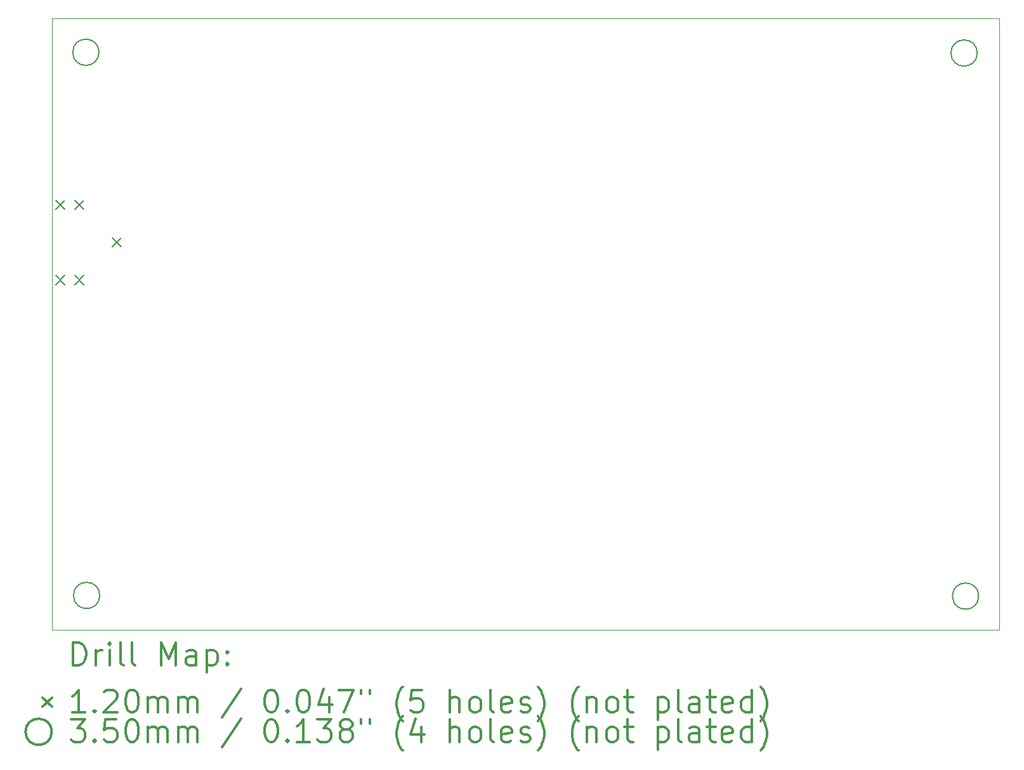
<source format=gbr>
%FSLAX45Y45*%
G04 Gerber Fmt 4.5, Leading zero omitted, Abs format (unit mm)*
G04 Created by KiCad (PCBNEW (5.1.5)-3) date 2021-07-25 13:57:22*
%MOMM*%
%LPD*%
G04 APERTURE LIST*
%TA.AperFunction,Profile*%
%ADD10C,0.100000*%
%TD*%
%ADD11C,0.200000*%
%ADD12C,0.300000*%
G04 APERTURE END LIST*
D10*
X20200000Y-1980000D02*
X20200000Y-10140000D01*
X7560000Y-1980000D02*
X20200000Y-1980000D01*
X7560000Y-10140000D02*
X7560000Y-1980000D01*
X20200000Y-10140000D02*
X7560000Y-10140000D01*
D11*
X7610000Y-4410000D02*
X7730000Y-4530000D01*
X7730000Y-4410000D02*
X7610000Y-4530000D01*
X7610000Y-5410000D02*
X7730000Y-5530000D01*
X7730000Y-5410000D02*
X7610000Y-5530000D01*
X7860000Y-4410000D02*
X7980000Y-4530000D01*
X7980000Y-4410000D02*
X7860000Y-4530000D01*
X7860000Y-5410000D02*
X7980000Y-5530000D01*
X7980000Y-5410000D02*
X7860000Y-5530000D01*
X8360000Y-4910000D02*
X8480000Y-5030000D01*
X8480000Y-4910000D02*
X8360000Y-5030000D01*
X19925000Y-9690000D02*
G75*
G03X19925000Y-9690000I-175000J0D01*
G01*
X8195000Y-9680000D02*
G75*
G03X8195000Y-9680000I-175000J0D01*
G01*
X19905000Y-2440000D02*
G75*
G03X19905000Y-2440000I-175000J0D01*
G01*
X8185000Y-2430000D02*
G75*
G03X8185000Y-2430000I-175000J0D01*
G01*
D12*
X7841428Y-10610714D02*
X7841428Y-10310714D01*
X7912857Y-10310714D01*
X7955714Y-10325000D01*
X7984286Y-10353572D01*
X7998571Y-10382143D01*
X8012857Y-10439286D01*
X8012857Y-10482143D01*
X7998571Y-10539286D01*
X7984286Y-10567857D01*
X7955714Y-10596429D01*
X7912857Y-10610714D01*
X7841428Y-10610714D01*
X8141428Y-10610714D02*
X8141428Y-10410714D01*
X8141428Y-10467857D02*
X8155714Y-10439286D01*
X8170000Y-10425000D01*
X8198571Y-10410714D01*
X8227143Y-10410714D01*
X8327143Y-10610714D02*
X8327143Y-10410714D01*
X8327143Y-10310714D02*
X8312857Y-10325000D01*
X8327143Y-10339286D01*
X8341428Y-10325000D01*
X8327143Y-10310714D01*
X8327143Y-10339286D01*
X8512857Y-10610714D02*
X8484286Y-10596429D01*
X8470000Y-10567857D01*
X8470000Y-10310714D01*
X8670000Y-10610714D02*
X8641428Y-10596429D01*
X8627143Y-10567857D01*
X8627143Y-10310714D01*
X9012857Y-10610714D02*
X9012857Y-10310714D01*
X9112857Y-10525000D01*
X9212857Y-10310714D01*
X9212857Y-10610714D01*
X9484286Y-10610714D02*
X9484286Y-10453572D01*
X9470000Y-10425000D01*
X9441428Y-10410714D01*
X9384286Y-10410714D01*
X9355714Y-10425000D01*
X9484286Y-10596429D02*
X9455714Y-10610714D01*
X9384286Y-10610714D01*
X9355714Y-10596429D01*
X9341428Y-10567857D01*
X9341428Y-10539286D01*
X9355714Y-10510714D01*
X9384286Y-10496429D01*
X9455714Y-10496429D01*
X9484286Y-10482143D01*
X9627143Y-10410714D02*
X9627143Y-10710714D01*
X9627143Y-10425000D02*
X9655714Y-10410714D01*
X9712857Y-10410714D01*
X9741428Y-10425000D01*
X9755714Y-10439286D01*
X9770000Y-10467857D01*
X9770000Y-10553572D01*
X9755714Y-10582143D01*
X9741428Y-10596429D01*
X9712857Y-10610714D01*
X9655714Y-10610714D01*
X9627143Y-10596429D01*
X9898571Y-10582143D02*
X9912857Y-10596429D01*
X9898571Y-10610714D01*
X9884286Y-10596429D01*
X9898571Y-10582143D01*
X9898571Y-10610714D01*
X9898571Y-10425000D02*
X9912857Y-10439286D01*
X9898571Y-10453572D01*
X9884286Y-10439286D01*
X9898571Y-10425000D01*
X9898571Y-10453572D01*
X7435000Y-11045000D02*
X7555000Y-11165000D01*
X7555000Y-11045000D02*
X7435000Y-11165000D01*
X7998571Y-11240714D02*
X7827143Y-11240714D01*
X7912857Y-11240714D02*
X7912857Y-10940714D01*
X7884286Y-10983572D01*
X7855714Y-11012143D01*
X7827143Y-11026429D01*
X8127143Y-11212143D02*
X8141428Y-11226429D01*
X8127143Y-11240714D01*
X8112857Y-11226429D01*
X8127143Y-11212143D01*
X8127143Y-11240714D01*
X8255714Y-10969286D02*
X8270000Y-10955000D01*
X8298571Y-10940714D01*
X8370000Y-10940714D01*
X8398571Y-10955000D01*
X8412857Y-10969286D01*
X8427143Y-10997857D01*
X8427143Y-11026429D01*
X8412857Y-11069286D01*
X8241428Y-11240714D01*
X8427143Y-11240714D01*
X8612857Y-10940714D02*
X8641428Y-10940714D01*
X8670000Y-10955000D01*
X8684286Y-10969286D01*
X8698571Y-10997857D01*
X8712857Y-11055000D01*
X8712857Y-11126429D01*
X8698571Y-11183572D01*
X8684286Y-11212143D01*
X8670000Y-11226429D01*
X8641428Y-11240714D01*
X8612857Y-11240714D01*
X8584286Y-11226429D01*
X8570000Y-11212143D01*
X8555714Y-11183572D01*
X8541428Y-11126429D01*
X8541428Y-11055000D01*
X8555714Y-10997857D01*
X8570000Y-10969286D01*
X8584286Y-10955000D01*
X8612857Y-10940714D01*
X8841428Y-11240714D02*
X8841428Y-11040714D01*
X8841428Y-11069286D02*
X8855714Y-11055000D01*
X8884286Y-11040714D01*
X8927143Y-11040714D01*
X8955714Y-11055000D01*
X8970000Y-11083572D01*
X8970000Y-11240714D01*
X8970000Y-11083572D02*
X8984286Y-11055000D01*
X9012857Y-11040714D01*
X9055714Y-11040714D01*
X9084286Y-11055000D01*
X9098571Y-11083572D01*
X9098571Y-11240714D01*
X9241428Y-11240714D02*
X9241428Y-11040714D01*
X9241428Y-11069286D02*
X9255714Y-11055000D01*
X9284286Y-11040714D01*
X9327143Y-11040714D01*
X9355714Y-11055000D01*
X9370000Y-11083572D01*
X9370000Y-11240714D01*
X9370000Y-11083572D02*
X9384286Y-11055000D01*
X9412857Y-11040714D01*
X9455714Y-11040714D01*
X9484286Y-11055000D01*
X9498571Y-11083572D01*
X9498571Y-11240714D01*
X10084286Y-10926429D02*
X9827143Y-11312143D01*
X10470000Y-10940714D02*
X10498571Y-10940714D01*
X10527143Y-10955000D01*
X10541428Y-10969286D01*
X10555714Y-10997857D01*
X10570000Y-11055000D01*
X10570000Y-11126429D01*
X10555714Y-11183572D01*
X10541428Y-11212143D01*
X10527143Y-11226429D01*
X10498571Y-11240714D01*
X10470000Y-11240714D01*
X10441428Y-11226429D01*
X10427143Y-11212143D01*
X10412857Y-11183572D01*
X10398571Y-11126429D01*
X10398571Y-11055000D01*
X10412857Y-10997857D01*
X10427143Y-10969286D01*
X10441428Y-10955000D01*
X10470000Y-10940714D01*
X10698571Y-11212143D02*
X10712857Y-11226429D01*
X10698571Y-11240714D01*
X10684286Y-11226429D01*
X10698571Y-11212143D01*
X10698571Y-11240714D01*
X10898571Y-10940714D02*
X10927143Y-10940714D01*
X10955714Y-10955000D01*
X10970000Y-10969286D01*
X10984286Y-10997857D01*
X10998571Y-11055000D01*
X10998571Y-11126429D01*
X10984286Y-11183572D01*
X10970000Y-11212143D01*
X10955714Y-11226429D01*
X10927143Y-11240714D01*
X10898571Y-11240714D01*
X10870000Y-11226429D01*
X10855714Y-11212143D01*
X10841428Y-11183572D01*
X10827143Y-11126429D01*
X10827143Y-11055000D01*
X10841428Y-10997857D01*
X10855714Y-10969286D01*
X10870000Y-10955000D01*
X10898571Y-10940714D01*
X11255714Y-11040714D02*
X11255714Y-11240714D01*
X11184286Y-10926429D02*
X11112857Y-11140714D01*
X11298571Y-11140714D01*
X11384286Y-10940714D02*
X11584286Y-10940714D01*
X11455714Y-11240714D01*
X11684286Y-10940714D02*
X11684286Y-10997857D01*
X11798571Y-10940714D02*
X11798571Y-10997857D01*
X12241428Y-11355000D02*
X12227143Y-11340714D01*
X12198571Y-11297857D01*
X12184286Y-11269286D01*
X12170000Y-11226429D01*
X12155714Y-11155000D01*
X12155714Y-11097857D01*
X12170000Y-11026429D01*
X12184286Y-10983572D01*
X12198571Y-10955000D01*
X12227143Y-10912143D01*
X12241428Y-10897857D01*
X12498571Y-10940714D02*
X12355714Y-10940714D01*
X12341428Y-11083572D01*
X12355714Y-11069286D01*
X12384286Y-11055000D01*
X12455714Y-11055000D01*
X12484286Y-11069286D01*
X12498571Y-11083572D01*
X12512857Y-11112143D01*
X12512857Y-11183572D01*
X12498571Y-11212143D01*
X12484286Y-11226429D01*
X12455714Y-11240714D01*
X12384286Y-11240714D01*
X12355714Y-11226429D01*
X12341428Y-11212143D01*
X12870000Y-11240714D02*
X12870000Y-10940714D01*
X12998571Y-11240714D02*
X12998571Y-11083572D01*
X12984286Y-11055000D01*
X12955714Y-11040714D01*
X12912857Y-11040714D01*
X12884286Y-11055000D01*
X12870000Y-11069286D01*
X13184286Y-11240714D02*
X13155714Y-11226429D01*
X13141428Y-11212143D01*
X13127143Y-11183572D01*
X13127143Y-11097857D01*
X13141428Y-11069286D01*
X13155714Y-11055000D01*
X13184286Y-11040714D01*
X13227143Y-11040714D01*
X13255714Y-11055000D01*
X13270000Y-11069286D01*
X13284286Y-11097857D01*
X13284286Y-11183572D01*
X13270000Y-11212143D01*
X13255714Y-11226429D01*
X13227143Y-11240714D01*
X13184286Y-11240714D01*
X13455714Y-11240714D02*
X13427143Y-11226429D01*
X13412857Y-11197857D01*
X13412857Y-10940714D01*
X13684286Y-11226429D02*
X13655714Y-11240714D01*
X13598571Y-11240714D01*
X13570000Y-11226429D01*
X13555714Y-11197857D01*
X13555714Y-11083572D01*
X13570000Y-11055000D01*
X13598571Y-11040714D01*
X13655714Y-11040714D01*
X13684286Y-11055000D01*
X13698571Y-11083572D01*
X13698571Y-11112143D01*
X13555714Y-11140714D01*
X13812857Y-11226429D02*
X13841428Y-11240714D01*
X13898571Y-11240714D01*
X13927143Y-11226429D01*
X13941428Y-11197857D01*
X13941428Y-11183572D01*
X13927143Y-11155000D01*
X13898571Y-11140714D01*
X13855714Y-11140714D01*
X13827143Y-11126429D01*
X13812857Y-11097857D01*
X13812857Y-11083572D01*
X13827143Y-11055000D01*
X13855714Y-11040714D01*
X13898571Y-11040714D01*
X13927143Y-11055000D01*
X14041428Y-11355000D02*
X14055714Y-11340714D01*
X14084286Y-11297857D01*
X14098571Y-11269286D01*
X14112857Y-11226429D01*
X14127143Y-11155000D01*
X14127143Y-11097857D01*
X14112857Y-11026429D01*
X14098571Y-10983572D01*
X14084286Y-10955000D01*
X14055714Y-10912143D01*
X14041428Y-10897857D01*
X14584286Y-11355000D02*
X14570000Y-11340714D01*
X14541428Y-11297857D01*
X14527143Y-11269286D01*
X14512857Y-11226429D01*
X14498571Y-11155000D01*
X14498571Y-11097857D01*
X14512857Y-11026429D01*
X14527143Y-10983572D01*
X14541428Y-10955000D01*
X14570000Y-10912143D01*
X14584286Y-10897857D01*
X14698571Y-11040714D02*
X14698571Y-11240714D01*
X14698571Y-11069286D02*
X14712857Y-11055000D01*
X14741428Y-11040714D01*
X14784286Y-11040714D01*
X14812857Y-11055000D01*
X14827143Y-11083572D01*
X14827143Y-11240714D01*
X15012857Y-11240714D02*
X14984286Y-11226429D01*
X14970000Y-11212143D01*
X14955714Y-11183572D01*
X14955714Y-11097857D01*
X14970000Y-11069286D01*
X14984286Y-11055000D01*
X15012857Y-11040714D01*
X15055714Y-11040714D01*
X15084286Y-11055000D01*
X15098571Y-11069286D01*
X15112857Y-11097857D01*
X15112857Y-11183572D01*
X15098571Y-11212143D01*
X15084286Y-11226429D01*
X15055714Y-11240714D01*
X15012857Y-11240714D01*
X15198571Y-11040714D02*
X15312857Y-11040714D01*
X15241428Y-10940714D02*
X15241428Y-11197857D01*
X15255714Y-11226429D01*
X15284286Y-11240714D01*
X15312857Y-11240714D01*
X15641428Y-11040714D02*
X15641428Y-11340714D01*
X15641428Y-11055000D02*
X15670000Y-11040714D01*
X15727143Y-11040714D01*
X15755714Y-11055000D01*
X15770000Y-11069286D01*
X15784286Y-11097857D01*
X15784286Y-11183572D01*
X15770000Y-11212143D01*
X15755714Y-11226429D01*
X15727143Y-11240714D01*
X15670000Y-11240714D01*
X15641428Y-11226429D01*
X15955714Y-11240714D02*
X15927143Y-11226429D01*
X15912857Y-11197857D01*
X15912857Y-10940714D01*
X16198571Y-11240714D02*
X16198571Y-11083572D01*
X16184286Y-11055000D01*
X16155714Y-11040714D01*
X16098571Y-11040714D01*
X16070000Y-11055000D01*
X16198571Y-11226429D02*
X16170000Y-11240714D01*
X16098571Y-11240714D01*
X16070000Y-11226429D01*
X16055714Y-11197857D01*
X16055714Y-11169286D01*
X16070000Y-11140714D01*
X16098571Y-11126429D01*
X16170000Y-11126429D01*
X16198571Y-11112143D01*
X16298571Y-11040714D02*
X16412857Y-11040714D01*
X16341428Y-10940714D02*
X16341428Y-11197857D01*
X16355714Y-11226429D01*
X16384286Y-11240714D01*
X16412857Y-11240714D01*
X16627143Y-11226429D02*
X16598571Y-11240714D01*
X16541428Y-11240714D01*
X16512857Y-11226429D01*
X16498571Y-11197857D01*
X16498571Y-11083572D01*
X16512857Y-11055000D01*
X16541428Y-11040714D01*
X16598571Y-11040714D01*
X16627143Y-11055000D01*
X16641428Y-11083572D01*
X16641428Y-11112143D01*
X16498571Y-11140714D01*
X16898571Y-11240714D02*
X16898571Y-10940714D01*
X16898571Y-11226429D02*
X16870000Y-11240714D01*
X16812857Y-11240714D01*
X16784286Y-11226429D01*
X16770000Y-11212143D01*
X16755714Y-11183572D01*
X16755714Y-11097857D01*
X16770000Y-11069286D01*
X16784286Y-11055000D01*
X16812857Y-11040714D01*
X16870000Y-11040714D01*
X16898571Y-11055000D01*
X17012857Y-11355000D02*
X17027143Y-11340714D01*
X17055714Y-11297857D01*
X17070000Y-11269286D01*
X17084286Y-11226429D01*
X17098571Y-11155000D01*
X17098571Y-11097857D01*
X17084286Y-11026429D01*
X17070000Y-10983572D01*
X17055714Y-10955000D01*
X17027143Y-10912143D01*
X17012857Y-10897857D01*
X7555000Y-11501000D02*
G75*
G03X7555000Y-11501000I-175000J0D01*
G01*
X7812857Y-11336714D02*
X7998571Y-11336714D01*
X7898571Y-11451000D01*
X7941428Y-11451000D01*
X7970000Y-11465286D01*
X7984286Y-11479571D01*
X7998571Y-11508143D01*
X7998571Y-11579571D01*
X7984286Y-11608143D01*
X7970000Y-11622429D01*
X7941428Y-11636714D01*
X7855714Y-11636714D01*
X7827143Y-11622429D01*
X7812857Y-11608143D01*
X8127143Y-11608143D02*
X8141428Y-11622429D01*
X8127143Y-11636714D01*
X8112857Y-11622429D01*
X8127143Y-11608143D01*
X8127143Y-11636714D01*
X8412857Y-11336714D02*
X8270000Y-11336714D01*
X8255714Y-11479571D01*
X8270000Y-11465286D01*
X8298571Y-11451000D01*
X8370000Y-11451000D01*
X8398571Y-11465286D01*
X8412857Y-11479571D01*
X8427143Y-11508143D01*
X8427143Y-11579571D01*
X8412857Y-11608143D01*
X8398571Y-11622429D01*
X8370000Y-11636714D01*
X8298571Y-11636714D01*
X8270000Y-11622429D01*
X8255714Y-11608143D01*
X8612857Y-11336714D02*
X8641428Y-11336714D01*
X8670000Y-11351000D01*
X8684286Y-11365286D01*
X8698571Y-11393857D01*
X8712857Y-11451000D01*
X8712857Y-11522429D01*
X8698571Y-11579571D01*
X8684286Y-11608143D01*
X8670000Y-11622429D01*
X8641428Y-11636714D01*
X8612857Y-11636714D01*
X8584286Y-11622429D01*
X8570000Y-11608143D01*
X8555714Y-11579571D01*
X8541428Y-11522429D01*
X8541428Y-11451000D01*
X8555714Y-11393857D01*
X8570000Y-11365286D01*
X8584286Y-11351000D01*
X8612857Y-11336714D01*
X8841428Y-11636714D02*
X8841428Y-11436714D01*
X8841428Y-11465286D02*
X8855714Y-11451000D01*
X8884286Y-11436714D01*
X8927143Y-11436714D01*
X8955714Y-11451000D01*
X8970000Y-11479571D01*
X8970000Y-11636714D01*
X8970000Y-11479571D02*
X8984286Y-11451000D01*
X9012857Y-11436714D01*
X9055714Y-11436714D01*
X9084286Y-11451000D01*
X9098571Y-11479571D01*
X9098571Y-11636714D01*
X9241428Y-11636714D02*
X9241428Y-11436714D01*
X9241428Y-11465286D02*
X9255714Y-11451000D01*
X9284286Y-11436714D01*
X9327143Y-11436714D01*
X9355714Y-11451000D01*
X9370000Y-11479571D01*
X9370000Y-11636714D01*
X9370000Y-11479571D02*
X9384286Y-11451000D01*
X9412857Y-11436714D01*
X9455714Y-11436714D01*
X9484286Y-11451000D01*
X9498571Y-11479571D01*
X9498571Y-11636714D01*
X10084286Y-11322429D02*
X9827143Y-11708143D01*
X10470000Y-11336714D02*
X10498571Y-11336714D01*
X10527143Y-11351000D01*
X10541428Y-11365286D01*
X10555714Y-11393857D01*
X10570000Y-11451000D01*
X10570000Y-11522429D01*
X10555714Y-11579571D01*
X10541428Y-11608143D01*
X10527143Y-11622429D01*
X10498571Y-11636714D01*
X10470000Y-11636714D01*
X10441428Y-11622429D01*
X10427143Y-11608143D01*
X10412857Y-11579571D01*
X10398571Y-11522429D01*
X10398571Y-11451000D01*
X10412857Y-11393857D01*
X10427143Y-11365286D01*
X10441428Y-11351000D01*
X10470000Y-11336714D01*
X10698571Y-11608143D02*
X10712857Y-11622429D01*
X10698571Y-11636714D01*
X10684286Y-11622429D01*
X10698571Y-11608143D01*
X10698571Y-11636714D01*
X10998571Y-11636714D02*
X10827143Y-11636714D01*
X10912857Y-11636714D02*
X10912857Y-11336714D01*
X10884286Y-11379571D01*
X10855714Y-11408143D01*
X10827143Y-11422429D01*
X11098571Y-11336714D02*
X11284286Y-11336714D01*
X11184286Y-11451000D01*
X11227143Y-11451000D01*
X11255714Y-11465286D01*
X11270000Y-11479571D01*
X11284286Y-11508143D01*
X11284286Y-11579571D01*
X11270000Y-11608143D01*
X11255714Y-11622429D01*
X11227143Y-11636714D01*
X11141428Y-11636714D01*
X11112857Y-11622429D01*
X11098571Y-11608143D01*
X11455714Y-11465286D02*
X11427143Y-11451000D01*
X11412857Y-11436714D01*
X11398571Y-11408143D01*
X11398571Y-11393857D01*
X11412857Y-11365286D01*
X11427143Y-11351000D01*
X11455714Y-11336714D01*
X11512857Y-11336714D01*
X11541428Y-11351000D01*
X11555714Y-11365286D01*
X11570000Y-11393857D01*
X11570000Y-11408143D01*
X11555714Y-11436714D01*
X11541428Y-11451000D01*
X11512857Y-11465286D01*
X11455714Y-11465286D01*
X11427143Y-11479571D01*
X11412857Y-11493857D01*
X11398571Y-11522429D01*
X11398571Y-11579571D01*
X11412857Y-11608143D01*
X11427143Y-11622429D01*
X11455714Y-11636714D01*
X11512857Y-11636714D01*
X11541428Y-11622429D01*
X11555714Y-11608143D01*
X11570000Y-11579571D01*
X11570000Y-11522429D01*
X11555714Y-11493857D01*
X11541428Y-11479571D01*
X11512857Y-11465286D01*
X11684286Y-11336714D02*
X11684286Y-11393857D01*
X11798571Y-11336714D02*
X11798571Y-11393857D01*
X12241428Y-11751000D02*
X12227143Y-11736714D01*
X12198571Y-11693857D01*
X12184286Y-11665286D01*
X12170000Y-11622429D01*
X12155714Y-11551000D01*
X12155714Y-11493857D01*
X12170000Y-11422429D01*
X12184286Y-11379571D01*
X12198571Y-11351000D01*
X12227143Y-11308143D01*
X12241428Y-11293857D01*
X12484286Y-11436714D02*
X12484286Y-11636714D01*
X12412857Y-11322429D02*
X12341428Y-11536714D01*
X12527143Y-11536714D01*
X12870000Y-11636714D02*
X12870000Y-11336714D01*
X12998571Y-11636714D02*
X12998571Y-11479571D01*
X12984286Y-11451000D01*
X12955714Y-11436714D01*
X12912857Y-11436714D01*
X12884286Y-11451000D01*
X12870000Y-11465286D01*
X13184286Y-11636714D02*
X13155714Y-11622429D01*
X13141428Y-11608143D01*
X13127143Y-11579571D01*
X13127143Y-11493857D01*
X13141428Y-11465286D01*
X13155714Y-11451000D01*
X13184286Y-11436714D01*
X13227143Y-11436714D01*
X13255714Y-11451000D01*
X13270000Y-11465286D01*
X13284286Y-11493857D01*
X13284286Y-11579571D01*
X13270000Y-11608143D01*
X13255714Y-11622429D01*
X13227143Y-11636714D01*
X13184286Y-11636714D01*
X13455714Y-11636714D02*
X13427143Y-11622429D01*
X13412857Y-11593857D01*
X13412857Y-11336714D01*
X13684286Y-11622429D02*
X13655714Y-11636714D01*
X13598571Y-11636714D01*
X13570000Y-11622429D01*
X13555714Y-11593857D01*
X13555714Y-11479571D01*
X13570000Y-11451000D01*
X13598571Y-11436714D01*
X13655714Y-11436714D01*
X13684286Y-11451000D01*
X13698571Y-11479571D01*
X13698571Y-11508143D01*
X13555714Y-11536714D01*
X13812857Y-11622429D02*
X13841428Y-11636714D01*
X13898571Y-11636714D01*
X13927143Y-11622429D01*
X13941428Y-11593857D01*
X13941428Y-11579571D01*
X13927143Y-11551000D01*
X13898571Y-11536714D01*
X13855714Y-11536714D01*
X13827143Y-11522429D01*
X13812857Y-11493857D01*
X13812857Y-11479571D01*
X13827143Y-11451000D01*
X13855714Y-11436714D01*
X13898571Y-11436714D01*
X13927143Y-11451000D01*
X14041428Y-11751000D02*
X14055714Y-11736714D01*
X14084286Y-11693857D01*
X14098571Y-11665286D01*
X14112857Y-11622429D01*
X14127143Y-11551000D01*
X14127143Y-11493857D01*
X14112857Y-11422429D01*
X14098571Y-11379571D01*
X14084286Y-11351000D01*
X14055714Y-11308143D01*
X14041428Y-11293857D01*
X14584286Y-11751000D02*
X14570000Y-11736714D01*
X14541428Y-11693857D01*
X14527143Y-11665286D01*
X14512857Y-11622429D01*
X14498571Y-11551000D01*
X14498571Y-11493857D01*
X14512857Y-11422429D01*
X14527143Y-11379571D01*
X14541428Y-11351000D01*
X14570000Y-11308143D01*
X14584286Y-11293857D01*
X14698571Y-11436714D02*
X14698571Y-11636714D01*
X14698571Y-11465286D02*
X14712857Y-11451000D01*
X14741428Y-11436714D01*
X14784286Y-11436714D01*
X14812857Y-11451000D01*
X14827143Y-11479571D01*
X14827143Y-11636714D01*
X15012857Y-11636714D02*
X14984286Y-11622429D01*
X14970000Y-11608143D01*
X14955714Y-11579571D01*
X14955714Y-11493857D01*
X14970000Y-11465286D01*
X14984286Y-11451000D01*
X15012857Y-11436714D01*
X15055714Y-11436714D01*
X15084286Y-11451000D01*
X15098571Y-11465286D01*
X15112857Y-11493857D01*
X15112857Y-11579571D01*
X15098571Y-11608143D01*
X15084286Y-11622429D01*
X15055714Y-11636714D01*
X15012857Y-11636714D01*
X15198571Y-11436714D02*
X15312857Y-11436714D01*
X15241428Y-11336714D02*
X15241428Y-11593857D01*
X15255714Y-11622429D01*
X15284286Y-11636714D01*
X15312857Y-11636714D01*
X15641428Y-11436714D02*
X15641428Y-11736714D01*
X15641428Y-11451000D02*
X15670000Y-11436714D01*
X15727143Y-11436714D01*
X15755714Y-11451000D01*
X15770000Y-11465286D01*
X15784286Y-11493857D01*
X15784286Y-11579571D01*
X15770000Y-11608143D01*
X15755714Y-11622429D01*
X15727143Y-11636714D01*
X15670000Y-11636714D01*
X15641428Y-11622429D01*
X15955714Y-11636714D02*
X15927143Y-11622429D01*
X15912857Y-11593857D01*
X15912857Y-11336714D01*
X16198571Y-11636714D02*
X16198571Y-11479571D01*
X16184286Y-11451000D01*
X16155714Y-11436714D01*
X16098571Y-11436714D01*
X16070000Y-11451000D01*
X16198571Y-11622429D02*
X16170000Y-11636714D01*
X16098571Y-11636714D01*
X16070000Y-11622429D01*
X16055714Y-11593857D01*
X16055714Y-11565286D01*
X16070000Y-11536714D01*
X16098571Y-11522429D01*
X16170000Y-11522429D01*
X16198571Y-11508143D01*
X16298571Y-11436714D02*
X16412857Y-11436714D01*
X16341428Y-11336714D02*
X16341428Y-11593857D01*
X16355714Y-11622429D01*
X16384286Y-11636714D01*
X16412857Y-11636714D01*
X16627143Y-11622429D02*
X16598571Y-11636714D01*
X16541428Y-11636714D01*
X16512857Y-11622429D01*
X16498571Y-11593857D01*
X16498571Y-11479571D01*
X16512857Y-11451000D01*
X16541428Y-11436714D01*
X16598571Y-11436714D01*
X16627143Y-11451000D01*
X16641428Y-11479571D01*
X16641428Y-11508143D01*
X16498571Y-11536714D01*
X16898571Y-11636714D02*
X16898571Y-11336714D01*
X16898571Y-11622429D02*
X16870000Y-11636714D01*
X16812857Y-11636714D01*
X16784286Y-11622429D01*
X16770000Y-11608143D01*
X16755714Y-11579571D01*
X16755714Y-11493857D01*
X16770000Y-11465286D01*
X16784286Y-11451000D01*
X16812857Y-11436714D01*
X16870000Y-11436714D01*
X16898571Y-11451000D01*
X17012857Y-11751000D02*
X17027143Y-11736714D01*
X17055714Y-11693857D01*
X17070000Y-11665286D01*
X17084286Y-11622429D01*
X17098571Y-11551000D01*
X17098571Y-11493857D01*
X17084286Y-11422429D01*
X17070000Y-11379571D01*
X17055714Y-11351000D01*
X17027143Y-11308143D01*
X17012857Y-11293857D01*
M02*

</source>
